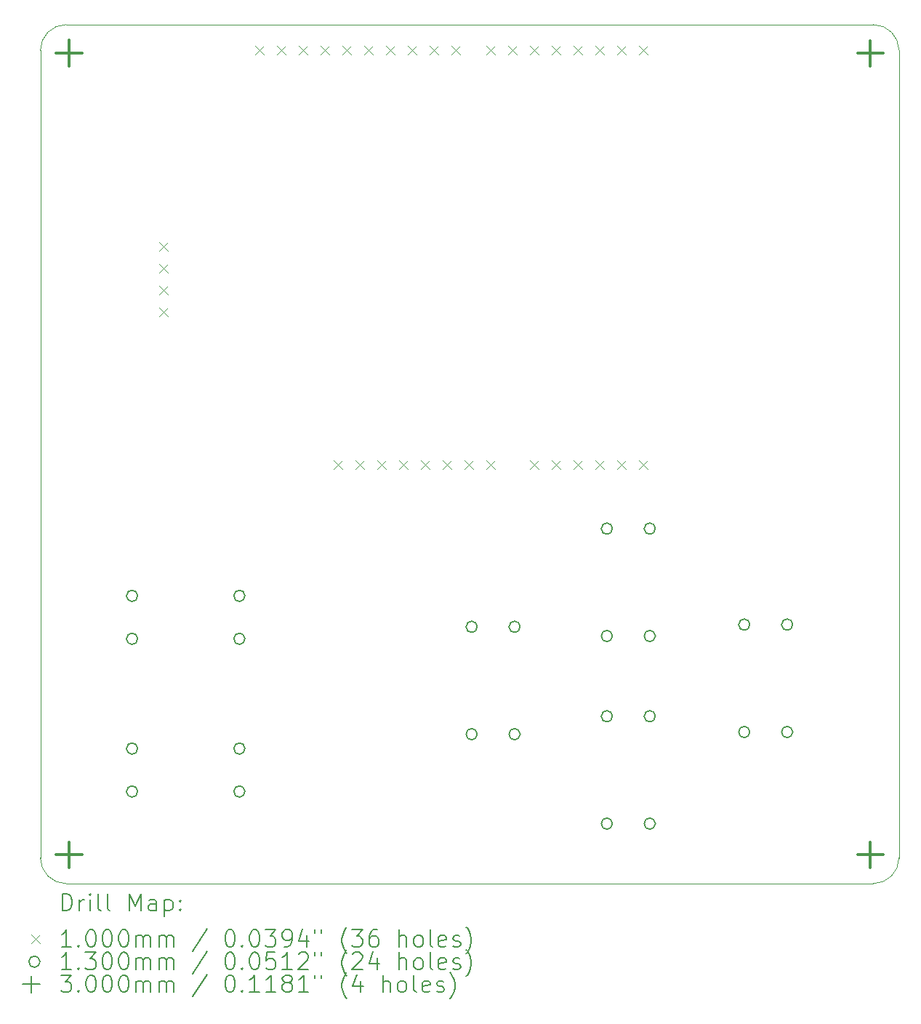
<source format=gbr>
%TF.GenerationSoftware,KiCad,Pcbnew,7.0.10*%
%TF.CreationDate,2024-02-16T21:01:25+01:00*%
%TF.ProjectId,minigame,6d696e69-6761-46d6-952e-6b696361645f,1.0*%
%TF.SameCoordinates,Original*%
%TF.FileFunction,Drillmap*%
%TF.FilePolarity,Positive*%
%FSLAX45Y45*%
G04 Gerber Fmt 4.5, Leading zero omitted, Abs format (unit mm)*
G04 Created by KiCad (PCBNEW 7.0.10) date 2024-02-16 21:01:25*
%MOMM*%
%LPD*%
G01*
G04 APERTURE LIST*
%ADD10C,0.100000*%
%ADD11C,0.200000*%
%ADD12C,0.130000*%
%ADD13C,0.300000*%
G04 APERTURE END LIST*
D10*
X18169338Y-15037998D02*
G75*
G03*
X18469338Y-14738000I2J299998D01*
G01*
X18469338Y-5337845D02*
X18469338Y-14738000D01*
X8468640Y-14738000D02*
G75*
G03*
X8768642Y-15038000I300000J0D01*
G01*
X8468642Y-14738000D02*
X8468642Y-5337845D01*
X18169338Y-15038000D02*
X8768642Y-15038000D01*
X8768642Y-5037845D02*
G75*
G03*
X8468642Y-5337845I0J-300000D01*
G01*
X18469335Y-5337845D02*
G75*
G03*
X18169338Y-5037845I-299995J5D01*
G01*
X8768642Y-5037845D02*
X18169338Y-5037845D01*
D11*
D10*
X9856000Y-7570000D02*
X9956000Y-7670000D01*
X9956000Y-7570000D02*
X9856000Y-7670000D01*
X9856000Y-7824000D02*
X9956000Y-7924000D01*
X9956000Y-7824000D02*
X9856000Y-7924000D01*
X9856000Y-8078000D02*
X9956000Y-8178000D01*
X9956000Y-8078000D02*
X9856000Y-8178000D01*
X9856000Y-8332000D02*
X9956000Y-8432000D01*
X9956000Y-8332000D02*
X9856000Y-8432000D01*
X10974000Y-5284000D02*
X11074000Y-5384000D01*
X11074000Y-5284000D02*
X10974000Y-5384000D01*
X11228000Y-5284000D02*
X11328000Y-5384000D01*
X11328000Y-5284000D02*
X11228000Y-5384000D01*
X11482000Y-5284000D02*
X11582000Y-5384000D01*
X11582000Y-5284000D02*
X11482000Y-5384000D01*
X11736000Y-5284000D02*
X11836000Y-5384000D01*
X11836000Y-5284000D02*
X11736000Y-5384000D01*
X11888000Y-10110000D02*
X11988000Y-10210000D01*
X11988000Y-10110000D02*
X11888000Y-10210000D01*
X11990000Y-5284000D02*
X12090000Y-5384000D01*
X12090000Y-5284000D02*
X11990000Y-5384000D01*
X12142000Y-10110000D02*
X12242000Y-10210000D01*
X12242000Y-10110000D02*
X12142000Y-10210000D01*
X12244000Y-5284000D02*
X12344000Y-5384000D01*
X12344000Y-5284000D02*
X12244000Y-5384000D01*
X12396000Y-10110000D02*
X12496000Y-10210000D01*
X12496000Y-10110000D02*
X12396000Y-10210000D01*
X12498000Y-5284000D02*
X12598000Y-5384000D01*
X12598000Y-5284000D02*
X12498000Y-5384000D01*
X12650000Y-10110000D02*
X12750000Y-10210000D01*
X12750000Y-10110000D02*
X12650000Y-10210000D01*
X12752000Y-5284000D02*
X12852000Y-5384000D01*
X12852000Y-5284000D02*
X12752000Y-5384000D01*
X12904000Y-10110000D02*
X13004000Y-10210000D01*
X13004000Y-10110000D02*
X12904000Y-10210000D01*
X13006000Y-5284000D02*
X13106000Y-5384000D01*
X13106000Y-5284000D02*
X13006000Y-5384000D01*
X13158000Y-10110000D02*
X13258000Y-10210000D01*
X13258000Y-10110000D02*
X13158000Y-10210000D01*
X13260000Y-5284000D02*
X13360000Y-5384000D01*
X13360000Y-5284000D02*
X13260000Y-5384000D01*
X13412000Y-10110000D02*
X13512000Y-10210000D01*
X13512000Y-10110000D02*
X13412000Y-10210000D01*
X13666000Y-5284000D02*
X13766000Y-5384000D01*
X13766000Y-5284000D02*
X13666000Y-5384000D01*
X13666000Y-10110000D02*
X13766000Y-10210000D01*
X13766000Y-10110000D02*
X13666000Y-10210000D01*
X13920000Y-5284000D02*
X14020000Y-5384000D01*
X14020000Y-5284000D02*
X13920000Y-5384000D01*
X14174000Y-5284000D02*
X14274000Y-5384000D01*
X14274000Y-5284000D02*
X14174000Y-5384000D01*
X14174000Y-10110000D02*
X14274000Y-10210000D01*
X14274000Y-10110000D02*
X14174000Y-10210000D01*
X14428000Y-5284000D02*
X14528000Y-5384000D01*
X14528000Y-5284000D02*
X14428000Y-5384000D01*
X14428000Y-10110000D02*
X14528000Y-10210000D01*
X14528000Y-10110000D02*
X14428000Y-10210000D01*
X14682000Y-5284000D02*
X14782000Y-5384000D01*
X14782000Y-5284000D02*
X14682000Y-5384000D01*
X14682000Y-10110000D02*
X14782000Y-10210000D01*
X14782000Y-10110000D02*
X14682000Y-10210000D01*
X14936000Y-5284000D02*
X15036000Y-5384000D01*
X15036000Y-5284000D02*
X14936000Y-5384000D01*
X14936000Y-10110000D02*
X15036000Y-10210000D01*
X15036000Y-10110000D02*
X14936000Y-10210000D01*
X15190000Y-5284000D02*
X15290000Y-5384000D01*
X15290000Y-5284000D02*
X15190000Y-5384000D01*
X15190000Y-10110000D02*
X15290000Y-10210000D01*
X15290000Y-10110000D02*
X15190000Y-10210000D01*
X15444000Y-5284000D02*
X15544000Y-5384000D01*
X15544000Y-5284000D02*
X15444000Y-5384000D01*
X15444000Y-10110000D02*
X15544000Y-10210000D01*
X15544000Y-10110000D02*
X15444000Y-10210000D01*
D12*
X9601000Y-11688000D02*
G75*
G03*
X9471000Y-11688000I-65000J0D01*
G01*
X9471000Y-11688000D02*
G75*
G03*
X9601000Y-11688000I65000J0D01*
G01*
X9601000Y-12188000D02*
G75*
G03*
X9471000Y-12188000I-65000J0D01*
G01*
X9471000Y-12188000D02*
G75*
G03*
X9601000Y-12188000I65000J0D01*
G01*
X9601000Y-13466000D02*
G75*
G03*
X9471000Y-13466000I-65000J0D01*
G01*
X9471000Y-13466000D02*
G75*
G03*
X9601000Y-13466000I65000J0D01*
G01*
X9601000Y-13966000D02*
G75*
G03*
X9471000Y-13966000I-65000J0D01*
G01*
X9471000Y-13966000D02*
G75*
G03*
X9601000Y-13966000I65000J0D01*
G01*
X10851000Y-11688000D02*
G75*
G03*
X10721000Y-11688000I-65000J0D01*
G01*
X10721000Y-11688000D02*
G75*
G03*
X10851000Y-11688000I65000J0D01*
G01*
X10851000Y-12188000D02*
G75*
G03*
X10721000Y-12188000I-65000J0D01*
G01*
X10721000Y-12188000D02*
G75*
G03*
X10851000Y-12188000I65000J0D01*
G01*
X10851000Y-13466000D02*
G75*
G03*
X10721000Y-13466000I-65000J0D01*
G01*
X10721000Y-13466000D02*
G75*
G03*
X10851000Y-13466000I65000J0D01*
G01*
X10851000Y-13966000D02*
G75*
G03*
X10721000Y-13966000I-65000J0D01*
G01*
X10721000Y-13966000D02*
G75*
G03*
X10851000Y-13966000I65000J0D01*
G01*
X13556400Y-12048600D02*
G75*
G03*
X13426400Y-12048600I-65000J0D01*
G01*
X13426400Y-12048600D02*
G75*
G03*
X13556400Y-12048600I65000J0D01*
G01*
X13556400Y-13298600D02*
G75*
G03*
X13426400Y-13298600I-65000J0D01*
G01*
X13426400Y-13298600D02*
G75*
G03*
X13556400Y-13298600I65000J0D01*
G01*
X14056400Y-12048600D02*
G75*
G03*
X13926400Y-12048600I-65000J0D01*
G01*
X13926400Y-12048600D02*
G75*
G03*
X14056400Y-12048600I65000J0D01*
G01*
X14056400Y-13298600D02*
G75*
G03*
X13926400Y-13298600I-65000J0D01*
G01*
X13926400Y-13298600D02*
G75*
G03*
X14056400Y-13298600I65000J0D01*
G01*
X15131200Y-10905600D02*
G75*
G03*
X15001200Y-10905600I-65000J0D01*
G01*
X15001200Y-10905600D02*
G75*
G03*
X15131200Y-10905600I65000J0D01*
G01*
X15131200Y-12155600D02*
G75*
G03*
X15001200Y-12155600I-65000J0D01*
G01*
X15001200Y-12155600D02*
G75*
G03*
X15131200Y-12155600I65000J0D01*
G01*
X15131200Y-13090000D02*
G75*
G03*
X15001200Y-13090000I-65000J0D01*
G01*
X15001200Y-13090000D02*
G75*
G03*
X15131200Y-13090000I65000J0D01*
G01*
X15131200Y-14340000D02*
G75*
G03*
X15001200Y-14340000I-65000J0D01*
G01*
X15001200Y-14340000D02*
G75*
G03*
X15131200Y-14340000I65000J0D01*
G01*
X15631200Y-10905600D02*
G75*
G03*
X15501200Y-10905600I-65000J0D01*
G01*
X15501200Y-10905600D02*
G75*
G03*
X15631200Y-10905600I65000J0D01*
G01*
X15631200Y-12155600D02*
G75*
G03*
X15501200Y-12155600I-65000J0D01*
G01*
X15501200Y-12155600D02*
G75*
G03*
X15631200Y-12155600I65000J0D01*
G01*
X15631200Y-13090000D02*
G75*
G03*
X15501200Y-13090000I-65000J0D01*
G01*
X15501200Y-13090000D02*
G75*
G03*
X15631200Y-13090000I65000J0D01*
G01*
X15631200Y-14340000D02*
G75*
G03*
X15501200Y-14340000I-65000J0D01*
G01*
X15501200Y-14340000D02*
G75*
G03*
X15631200Y-14340000I65000J0D01*
G01*
X16731400Y-12023200D02*
G75*
G03*
X16601400Y-12023200I-65000J0D01*
G01*
X16601400Y-12023200D02*
G75*
G03*
X16731400Y-12023200I65000J0D01*
G01*
X16731400Y-13273200D02*
G75*
G03*
X16601400Y-13273200I-65000J0D01*
G01*
X16601400Y-13273200D02*
G75*
G03*
X16731400Y-13273200I65000J0D01*
G01*
X17231400Y-12023200D02*
G75*
G03*
X17101400Y-12023200I-65000J0D01*
G01*
X17101400Y-12023200D02*
G75*
G03*
X17231400Y-12023200I65000J0D01*
G01*
X17231400Y-13273200D02*
G75*
G03*
X17101400Y-13273200I-65000J0D01*
G01*
X17101400Y-13273200D02*
G75*
G03*
X17231400Y-13273200I65000J0D01*
G01*
D13*
X8801476Y-5219109D02*
X8801476Y-5519109D01*
X8651476Y-5369109D02*
X8951476Y-5369109D01*
X8802600Y-14553040D02*
X8802600Y-14853040D01*
X8652600Y-14703040D02*
X8952600Y-14703040D01*
X18134723Y-14553097D02*
X18134723Y-14853097D01*
X17984723Y-14703097D02*
X18284723Y-14703097D01*
X18136771Y-5221820D02*
X18136771Y-5521820D01*
X17986771Y-5371820D02*
X18286771Y-5371820D01*
D11*
X8724419Y-15354484D02*
X8724419Y-15154484D01*
X8724419Y-15154484D02*
X8772038Y-15154484D01*
X8772038Y-15154484D02*
X8800609Y-15164008D01*
X8800609Y-15164008D02*
X8819657Y-15183055D01*
X8819657Y-15183055D02*
X8829181Y-15202103D01*
X8829181Y-15202103D02*
X8838704Y-15240198D01*
X8838704Y-15240198D02*
X8838704Y-15268770D01*
X8838704Y-15268770D02*
X8829181Y-15306865D01*
X8829181Y-15306865D02*
X8819657Y-15325913D01*
X8819657Y-15325913D02*
X8800609Y-15344960D01*
X8800609Y-15344960D02*
X8772038Y-15354484D01*
X8772038Y-15354484D02*
X8724419Y-15354484D01*
X8924419Y-15354484D02*
X8924419Y-15221151D01*
X8924419Y-15259246D02*
X8933942Y-15240198D01*
X8933942Y-15240198D02*
X8943466Y-15230674D01*
X8943466Y-15230674D02*
X8962514Y-15221151D01*
X8962514Y-15221151D02*
X8981562Y-15221151D01*
X9048228Y-15354484D02*
X9048228Y-15221151D01*
X9048228Y-15154484D02*
X9038704Y-15164008D01*
X9038704Y-15164008D02*
X9048228Y-15173532D01*
X9048228Y-15173532D02*
X9057752Y-15164008D01*
X9057752Y-15164008D02*
X9048228Y-15154484D01*
X9048228Y-15154484D02*
X9048228Y-15173532D01*
X9172038Y-15354484D02*
X9152990Y-15344960D01*
X9152990Y-15344960D02*
X9143466Y-15325913D01*
X9143466Y-15325913D02*
X9143466Y-15154484D01*
X9276800Y-15354484D02*
X9257752Y-15344960D01*
X9257752Y-15344960D02*
X9248228Y-15325913D01*
X9248228Y-15325913D02*
X9248228Y-15154484D01*
X9505371Y-15354484D02*
X9505371Y-15154484D01*
X9505371Y-15154484D02*
X9572038Y-15297341D01*
X9572038Y-15297341D02*
X9638704Y-15154484D01*
X9638704Y-15154484D02*
X9638704Y-15354484D01*
X9819657Y-15354484D02*
X9819657Y-15249722D01*
X9819657Y-15249722D02*
X9810133Y-15230674D01*
X9810133Y-15230674D02*
X9791085Y-15221151D01*
X9791085Y-15221151D02*
X9752990Y-15221151D01*
X9752990Y-15221151D02*
X9733942Y-15230674D01*
X9819657Y-15344960D02*
X9800609Y-15354484D01*
X9800609Y-15354484D02*
X9752990Y-15354484D01*
X9752990Y-15354484D02*
X9733942Y-15344960D01*
X9733942Y-15344960D02*
X9724419Y-15325913D01*
X9724419Y-15325913D02*
X9724419Y-15306865D01*
X9724419Y-15306865D02*
X9733942Y-15287817D01*
X9733942Y-15287817D02*
X9752990Y-15278294D01*
X9752990Y-15278294D02*
X9800609Y-15278294D01*
X9800609Y-15278294D02*
X9819657Y-15268770D01*
X9914895Y-15221151D02*
X9914895Y-15421151D01*
X9914895Y-15230674D02*
X9933942Y-15221151D01*
X9933942Y-15221151D02*
X9972038Y-15221151D01*
X9972038Y-15221151D02*
X9991085Y-15230674D01*
X9991085Y-15230674D02*
X10000609Y-15240198D01*
X10000609Y-15240198D02*
X10010133Y-15259246D01*
X10010133Y-15259246D02*
X10010133Y-15316389D01*
X10010133Y-15316389D02*
X10000609Y-15335436D01*
X10000609Y-15335436D02*
X9991085Y-15344960D01*
X9991085Y-15344960D02*
X9972038Y-15354484D01*
X9972038Y-15354484D02*
X9933942Y-15354484D01*
X9933942Y-15354484D02*
X9914895Y-15344960D01*
X10095847Y-15335436D02*
X10105371Y-15344960D01*
X10105371Y-15344960D02*
X10095847Y-15354484D01*
X10095847Y-15354484D02*
X10086323Y-15344960D01*
X10086323Y-15344960D02*
X10095847Y-15335436D01*
X10095847Y-15335436D02*
X10095847Y-15354484D01*
X10095847Y-15230674D02*
X10105371Y-15240198D01*
X10105371Y-15240198D02*
X10095847Y-15249722D01*
X10095847Y-15249722D02*
X10086323Y-15240198D01*
X10086323Y-15240198D02*
X10095847Y-15230674D01*
X10095847Y-15230674D02*
X10095847Y-15249722D01*
D10*
X8363642Y-15633000D02*
X8463642Y-15733000D01*
X8463642Y-15633000D02*
X8363642Y-15733000D01*
D11*
X8829181Y-15774484D02*
X8714895Y-15774484D01*
X8772038Y-15774484D02*
X8772038Y-15574484D01*
X8772038Y-15574484D02*
X8752990Y-15603055D01*
X8752990Y-15603055D02*
X8733942Y-15622103D01*
X8733942Y-15622103D02*
X8714895Y-15631627D01*
X8914895Y-15755436D02*
X8924419Y-15764960D01*
X8924419Y-15764960D02*
X8914895Y-15774484D01*
X8914895Y-15774484D02*
X8905371Y-15764960D01*
X8905371Y-15764960D02*
X8914895Y-15755436D01*
X8914895Y-15755436D02*
X8914895Y-15774484D01*
X9048228Y-15574484D02*
X9067276Y-15574484D01*
X9067276Y-15574484D02*
X9086323Y-15584008D01*
X9086323Y-15584008D02*
X9095847Y-15593532D01*
X9095847Y-15593532D02*
X9105371Y-15612579D01*
X9105371Y-15612579D02*
X9114895Y-15650674D01*
X9114895Y-15650674D02*
X9114895Y-15698294D01*
X9114895Y-15698294D02*
X9105371Y-15736389D01*
X9105371Y-15736389D02*
X9095847Y-15755436D01*
X9095847Y-15755436D02*
X9086323Y-15764960D01*
X9086323Y-15764960D02*
X9067276Y-15774484D01*
X9067276Y-15774484D02*
X9048228Y-15774484D01*
X9048228Y-15774484D02*
X9029181Y-15764960D01*
X9029181Y-15764960D02*
X9019657Y-15755436D01*
X9019657Y-15755436D02*
X9010133Y-15736389D01*
X9010133Y-15736389D02*
X9000609Y-15698294D01*
X9000609Y-15698294D02*
X9000609Y-15650674D01*
X9000609Y-15650674D02*
X9010133Y-15612579D01*
X9010133Y-15612579D02*
X9019657Y-15593532D01*
X9019657Y-15593532D02*
X9029181Y-15584008D01*
X9029181Y-15584008D02*
X9048228Y-15574484D01*
X9238704Y-15574484D02*
X9257752Y-15574484D01*
X9257752Y-15574484D02*
X9276800Y-15584008D01*
X9276800Y-15584008D02*
X9286323Y-15593532D01*
X9286323Y-15593532D02*
X9295847Y-15612579D01*
X9295847Y-15612579D02*
X9305371Y-15650674D01*
X9305371Y-15650674D02*
X9305371Y-15698294D01*
X9305371Y-15698294D02*
X9295847Y-15736389D01*
X9295847Y-15736389D02*
X9286323Y-15755436D01*
X9286323Y-15755436D02*
X9276800Y-15764960D01*
X9276800Y-15764960D02*
X9257752Y-15774484D01*
X9257752Y-15774484D02*
X9238704Y-15774484D01*
X9238704Y-15774484D02*
X9219657Y-15764960D01*
X9219657Y-15764960D02*
X9210133Y-15755436D01*
X9210133Y-15755436D02*
X9200609Y-15736389D01*
X9200609Y-15736389D02*
X9191085Y-15698294D01*
X9191085Y-15698294D02*
X9191085Y-15650674D01*
X9191085Y-15650674D02*
X9200609Y-15612579D01*
X9200609Y-15612579D02*
X9210133Y-15593532D01*
X9210133Y-15593532D02*
X9219657Y-15584008D01*
X9219657Y-15584008D02*
X9238704Y-15574484D01*
X9429181Y-15574484D02*
X9448228Y-15574484D01*
X9448228Y-15574484D02*
X9467276Y-15584008D01*
X9467276Y-15584008D02*
X9476800Y-15593532D01*
X9476800Y-15593532D02*
X9486323Y-15612579D01*
X9486323Y-15612579D02*
X9495847Y-15650674D01*
X9495847Y-15650674D02*
X9495847Y-15698294D01*
X9495847Y-15698294D02*
X9486323Y-15736389D01*
X9486323Y-15736389D02*
X9476800Y-15755436D01*
X9476800Y-15755436D02*
X9467276Y-15764960D01*
X9467276Y-15764960D02*
X9448228Y-15774484D01*
X9448228Y-15774484D02*
X9429181Y-15774484D01*
X9429181Y-15774484D02*
X9410133Y-15764960D01*
X9410133Y-15764960D02*
X9400609Y-15755436D01*
X9400609Y-15755436D02*
X9391085Y-15736389D01*
X9391085Y-15736389D02*
X9381562Y-15698294D01*
X9381562Y-15698294D02*
X9381562Y-15650674D01*
X9381562Y-15650674D02*
X9391085Y-15612579D01*
X9391085Y-15612579D02*
X9400609Y-15593532D01*
X9400609Y-15593532D02*
X9410133Y-15584008D01*
X9410133Y-15584008D02*
X9429181Y-15574484D01*
X9581562Y-15774484D02*
X9581562Y-15641151D01*
X9581562Y-15660198D02*
X9591085Y-15650674D01*
X9591085Y-15650674D02*
X9610133Y-15641151D01*
X9610133Y-15641151D02*
X9638704Y-15641151D01*
X9638704Y-15641151D02*
X9657752Y-15650674D01*
X9657752Y-15650674D02*
X9667276Y-15669722D01*
X9667276Y-15669722D02*
X9667276Y-15774484D01*
X9667276Y-15669722D02*
X9676800Y-15650674D01*
X9676800Y-15650674D02*
X9695847Y-15641151D01*
X9695847Y-15641151D02*
X9724419Y-15641151D01*
X9724419Y-15641151D02*
X9743466Y-15650674D01*
X9743466Y-15650674D02*
X9752990Y-15669722D01*
X9752990Y-15669722D02*
X9752990Y-15774484D01*
X9848228Y-15774484D02*
X9848228Y-15641151D01*
X9848228Y-15660198D02*
X9857752Y-15650674D01*
X9857752Y-15650674D02*
X9876800Y-15641151D01*
X9876800Y-15641151D02*
X9905371Y-15641151D01*
X9905371Y-15641151D02*
X9924419Y-15650674D01*
X9924419Y-15650674D02*
X9933943Y-15669722D01*
X9933943Y-15669722D02*
X9933943Y-15774484D01*
X9933943Y-15669722D02*
X9943466Y-15650674D01*
X9943466Y-15650674D02*
X9962514Y-15641151D01*
X9962514Y-15641151D02*
X9991085Y-15641151D01*
X9991085Y-15641151D02*
X10010133Y-15650674D01*
X10010133Y-15650674D02*
X10019657Y-15669722D01*
X10019657Y-15669722D02*
X10019657Y-15774484D01*
X10410133Y-15564960D02*
X10238705Y-15822103D01*
X10667276Y-15574484D02*
X10686324Y-15574484D01*
X10686324Y-15574484D02*
X10705371Y-15584008D01*
X10705371Y-15584008D02*
X10714895Y-15593532D01*
X10714895Y-15593532D02*
X10724419Y-15612579D01*
X10724419Y-15612579D02*
X10733943Y-15650674D01*
X10733943Y-15650674D02*
X10733943Y-15698294D01*
X10733943Y-15698294D02*
X10724419Y-15736389D01*
X10724419Y-15736389D02*
X10714895Y-15755436D01*
X10714895Y-15755436D02*
X10705371Y-15764960D01*
X10705371Y-15764960D02*
X10686324Y-15774484D01*
X10686324Y-15774484D02*
X10667276Y-15774484D01*
X10667276Y-15774484D02*
X10648228Y-15764960D01*
X10648228Y-15764960D02*
X10638705Y-15755436D01*
X10638705Y-15755436D02*
X10629181Y-15736389D01*
X10629181Y-15736389D02*
X10619657Y-15698294D01*
X10619657Y-15698294D02*
X10619657Y-15650674D01*
X10619657Y-15650674D02*
X10629181Y-15612579D01*
X10629181Y-15612579D02*
X10638705Y-15593532D01*
X10638705Y-15593532D02*
X10648228Y-15584008D01*
X10648228Y-15584008D02*
X10667276Y-15574484D01*
X10819657Y-15755436D02*
X10829181Y-15764960D01*
X10829181Y-15764960D02*
X10819657Y-15774484D01*
X10819657Y-15774484D02*
X10810133Y-15764960D01*
X10810133Y-15764960D02*
X10819657Y-15755436D01*
X10819657Y-15755436D02*
X10819657Y-15774484D01*
X10952990Y-15574484D02*
X10972038Y-15574484D01*
X10972038Y-15574484D02*
X10991086Y-15584008D01*
X10991086Y-15584008D02*
X11000609Y-15593532D01*
X11000609Y-15593532D02*
X11010133Y-15612579D01*
X11010133Y-15612579D02*
X11019657Y-15650674D01*
X11019657Y-15650674D02*
X11019657Y-15698294D01*
X11019657Y-15698294D02*
X11010133Y-15736389D01*
X11010133Y-15736389D02*
X11000609Y-15755436D01*
X11000609Y-15755436D02*
X10991086Y-15764960D01*
X10991086Y-15764960D02*
X10972038Y-15774484D01*
X10972038Y-15774484D02*
X10952990Y-15774484D01*
X10952990Y-15774484D02*
X10933943Y-15764960D01*
X10933943Y-15764960D02*
X10924419Y-15755436D01*
X10924419Y-15755436D02*
X10914895Y-15736389D01*
X10914895Y-15736389D02*
X10905371Y-15698294D01*
X10905371Y-15698294D02*
X10905371Y-15650674D01*
X10905371Y-15650674D02*
X10914895Y-15612579D01*
X10914895Y-15612579D02*
X10924419Y-15593532D01*
X10924419Y-15593532D02*
X10933943Y-15584008D01*
X10933943Y-15584008D02*
X10952990Y-15574484D01*
X11086324Y-15574484D02*
X11210133Y-15574484D01*
X11210133Y-15574484D02*
X11143466Y-15650674D01*
X11143466Y-15650674D02*
X11172038Y-15650674D01*
X11172038Y-15650674D02*
X11191085Y-15660198D01*
X11191085Y-15660198D02*
X11200609Y-15669722D01*
X11200609Y-15669722D02*
X11210133Y-15688770D01*
X11210133Y-15688770D02*
X11210133Y-15736389D01*
X11210133Y-15736389D02*
X11200609Y-15755436D01*
X11200609Y-15755436D02*
X11191085Y-15764960D01*
X11191085Y-15764960D02*
X11172038Y-15774484D01*
X11172038Y-15774484D02*
X11114895Y-15774484D01*
X11114895Y-15774484D02*
X11095847Y-15764960D01*
X11095847Y-15764960D02*
X11086324Y-15755436D01*
X11305371Y-15774484D02*
X11343466Y-15774484D01*
X11343466Y-15774484D02*
X11362514Y-15764960D01*
X11362514Y-15764960D02*
X11372038Y-15755436D01*
X11372038Y-15755436D02*
X11391085Y-15726865D01*
X11391085Y-15726865D02*
X11400609Y-15688770D01*
X11400609Y-15688770D02*
X11400609Y-15612579D01*
X11400609Y-15612579D02*
X11391085Y-15593532D01*
X11391085Y-15593532D02*
X11381562Y-15584008D01*
X11381562Y-15584008D02*
X11362514Y-15574484D01*
X11362514Y-15574484D02*
X11324419Y-15574484D01*
X11324419Y-15574484D02*
X11305371Y-15584008D01*
X11305371Y-15584008D02*
X11295847Y-15593532D01*
X11295847Y-15593532D02*
X11286324Y-15612579D01*
X11286324Y-15612579D02*
X11286324Y-15660198D01*
X11286324Y-15660198D02*
X11295847Y-15679246D01*
X11295847Y-15679246D02*
X11305371Y-15688770D01*
X11305371Y-15688770D02*
X11324419Y-15698294D01*
X11324419Y-15698294D02*
X11362514Y-15698294D01*
X11362514Y-15698294D02*
X11381562Y-15688770D01*
X11381562Y-15688770D02*
X11391085Y-15679246D01*
X11391085Y-15679246D02*
X11400609Y-15660198D01*
X11572038Y-15641151D02*
X11572038Y-15774484D01*
X11524419Y-15564960D02*
X11476800Y-15707817D01*
X11476800Y-15707817D02*
X11600609Y-15707817D01*
X11667276Y-15574484D02*
X11667276Y-15612579D01*
X11743466Y-15574484D02*
X11743466Y-15612579D01*
X12038705Y-15850674D02*
X12029181Y-15841151D01*
X12029181Y-15841151D02*
X12010133Y-15812579D01*
X12010133Y-15812579D02*
X12000609Y-15793532D01*
X12000609Y-15793532D02*
X11991086Y-15764960D01*
X11991086Y-15764960D02*
X11981562Y-15717341D01*
X11981562Y-15717341D02*
X11981562Y-15679246D01*
X11981562Y-15679246D02*
X11991086Y-15631627D01*
X11991086Y-15631627D02*
X12000609Y-15603055D01*
X12000609Y-15603055D02*
X12010133Y-15584008D01*
X12010133Y-15584008D02*
X12029181Y-15555436D01*
X12029181Y-15555436D02*
X12038705Y-15545913D01*
X12095847Y-15574484D02*
X12219657Y-15574484D01*
X12219657Y-15574484D02*
X12152990Y-15650674D01*
X12152990Y-15650674D02*
X12181562Y-15650674D01*
X12181562Y-15650674D02*
X12200609Y-15660198D01*
X12200609Y-15660198D02*
X12210133Y-15669722D01*
X12210133Y-15669722D02*
X12219657Y-15688770D01*
X12219657Y-15688770D02*
X12219657Y-15736389D01*
X12219657Y-15736389D02*
X12210133Y-15755436D01*
X12210133Y-15755436D02*
X12200609Y-15764960D01*
X12200609Y-15764960D02*
X12181562Y-15774484D01*
X12181562Y-15774484D02*
X12124419Y-15774484D01*
X12124419Y-15774484D02*
X12105371Y-15764960D01*
X12105371Y-15764960D02*
X12095847Y-15755436D01*
X12391086Y-15574484D02*
X12352990Y-15574484D01*
X12352990Y-15574484D02*
X12333943Y-15584008D01*
X12333943Y-15584008D02*
X12324419Y-15593532D01*
X12324419Y-15593532D02*
X12305371Y-15622103D01*
X12305371Y-15622103D02*
X12295847Y-15660198D01*
X12295847Y-15660198D02*
X12295847Y-15736389D01*
X12295847Y-15736389D02*
X12305371Y-15755436D01*
X12305371Y-15755436D02*
X12314895Y-15764960D01*
X12314895Y-15764960D02*
X12333943Y-15774484D01*
X12333943Y-15774484D02*
X12372038Y-15774484D01*
X12372038Y-15774484D02*
X12391086Y-15764960D01*
X12391086Y-15764960D02*
X12400609Y-15755436D01*
X12400609Y-15755436D02*
X12410133Y-15736389D01*
X12410133Y-15736389D02*
X12410133Y-15688770D01*
X12410133Y-15688770D02*
X12400609Y-15669722D01*
X12400609Y-15669722D02*
X12391086Y-15660198D01*
X12391086Y-15660198D02*
X12372038Y-15650674D01*
X12372038Y-15650674D02*
X12333943Y-15650674D01*
X12333943Y-15650674D02*
X12314895Y-15660198D01*
X12314895Y-15660198D02*
X12305371Y-15669722D01*
X12305371Y-15669722D02*
X12295847Y-15688770D01*
X12648228Y-15774484D02*
X12648228Y-15574484D01*
X12733943Y-15774484D02*
X12733943Y-15669722D01*
X12733943Y-15669722D02*
X12724419Y-15650674D01*
X12724419Y-15650674D02*
X12705371Y-15641151D01*
X12705371Y-15641151D02*
X12676800Y-15641151D01*
X12676800Y-15641151D02*
X12657752Y-15650674D01*
X12657752Y-15650674D02*
X12648228Y-15660198D01*
X12857752Y-15774484D02*
X12838705Y-15764960D01*
X12838705Y-15764960D02*
X12829181Y-15755436D01*
X12829181Y-15755436D02*
X12819657Y-15736389D01*
X12819657Y-15736389D02*
X12819657Y-15679246D01*
X12819657Y-15679246D02*
X12829181Y-15660198D01*
X12829181Y-15660198D02*
X12838705Y-15650674D01*
X12838705Y-15650674D02*
X12857752Y-15641151D01*
X12857752Y-15641151D02*
X12886324Y-15641151D01*
X12886324Y-15641151D02*
X12905371Y-15650674D01*
X12905371Y-15650674D02*
X12914895Y-15660198D01*
X12914895Y-15660198D02*
X12924419Y-15679246D01*
X12924419Y-15679246D02*
X12924419Y-15736389D01*
X12924419Y-15736389D02*
X12914895Y-15755436D01*
X12914895Y-15755436D02*
X12905371Y-15764960D01*
X12905371Y-15764960D02*
X12886324Y-15774484D01*
X12886324Y-15774484D02*
X12857752Y-15774484D01*
X13038705Y-15774484D02*
X13019657Y-15764960D01*
X13019657Y-15764960D02*
X13010133Y-15745913D01*
X13010133Y-15745913D02*
X13010133Y-15574484D01*
X13191086Y-15764960D02*
X13172038Y-15774484D01*
X13172038Y-15774484D02*
X13133943Y-15774484D01*
X13133943Y-15774484D02*
X13114895Y-15764960D01*
X13114895Y-15764960D02*
X13105371Y-15745913D01*
X13105371Y-15745913D02*
X13105371Y-15669722D01*
X13105371Y-15669722D02*
X13114895Y-15650674D01*
X13114895Y-15650674D02*
X13133943Y-15641151D01*
X13133943Y-15641151D02*
X13172038Y-15641151D01*
X13172038Y-15641151D02*
X13191086Y-15650674D01*
X13191086Y-15650674D02*
X13200609Y-15669722D01*
X13200609Y-15669722D02*
X13200609Y-15688770D01*
X13200609Y-15688770D02*
X13105371Y-15707817D01*
X13276800Y-15764960D02*
X13295848Y-15774484D01*
X13295848Y-15774484D02*
X13333943Y-15774484D01*
X13333943Y-15774484D02*
X13352990Y-15764960D01*
X13352990Y-15764960D02*
X13362514Y-15745913D01*
X13362514Y-15745913D02*
X13362514Y-15736389D01*
X13362514Y-15736389D02*
X13352990Y-15717341D01*
X13352990Y-15717341D02*
X13333943Y-15707817D01*
X13333943Y-15707817D02*
X13305371Y-15707817D01*
X13305371Y-15707817D02*
X13286324Y-15698294D01*
X13286324Y-15698294D02*
X13276800Y-15679246D01*
X13276800Y-15679246D02*
X13276800Y-15669722D01*
X13276800Y-15669722D02*
X13286324Y-15650674D01*
X13286324Y-15650674D02*
X13305371Y-15641151D01*
X13305371Y-15641151D02*
X13333943Y-15641151D01*
X13333943Y-15641151D02*
X13352990Y-15650674D01*
X13429181Y-15850674D02*
X13438705Y-15841151D01*
X13438705Y-15841151D02*
X13457752Y-15812579D01*
X13457752Y-15812579D02*
X13467276Y-15793532D01*
X13467276Y-15793532D02*
X13476800Y-15764960D01*
X13476800Y-15764960D02*
X13486324Y-15717341D01*
X13486324Y-15717341D02*
X13486324Y-15679246D01*
X13486324Y-15679246D02*
X13476800Y-15631627D01*
X13476800Y-15631627D02*
X13467276Y-15603055D01*
X13467276Y-15603055D02*
X13457752Y-15584008D01*
X13457752Y-15584008D02*
X13438705Y-15555436D01*
X13438705Y-15555436D02*
X13429181Y-15545913D01*
D12*
X8463642Y-15947000D02*
G75*
G03*
X8333642Y-15947000I-65000J0D01*
G01*
X8333642Y-15947000D02*
G75*
G03*
X8463642Y-15947000I65000J0D01*
G01*
D11*
X8829181Y-16038484D02*
X8714895Y-16038484D01*
X8772038Y-16038484D02*
X8772038Y-15838484D01*
X8772038Y-15838484D02*
X8752990Y-15867055D01*
X8752990Y-15867055D02*
X8733942Y-15886103D01*
X8733942Y-15886103D02*
X8714895Y-15895627D01*
X8914895Y-16019436D02*
X8924419Y-16028960D01*
X8924419Y-16028960D02*
X8914895Y-16038484D01*
X8914895Y-16038484D02*
X8905371Y-16028960D01*
X8905371Y-16028960D02*
X8914895Y-16019436D01*
X8914895Y-16019436D02*
X8914895Y-16038484D01*
X8991085Y-15838484D02*
X9114895Y-15838484D01*
X9114895Y-15838484D02*
X9048228Y-15914674D01*
X9048228Y-15914674D02*
X9076800Y-15914674D01*
X9076800Y-15914674D02*
X9095847Y-15924198D01*
X9095847Y-15924198D02*
X9105371Y-15933722D01*
X9105371Y-15933722D02*
X9114895Y-15952770D01*
X9114895Y-15952770D02*
X9114895Y-16000389D01*
X9114895Y-16000389D02*
X9105371Y-16019436D01*
X9105371Y-16019436D02*
X9095847Y-16028960D01*
X9095847Y-16028960D02*
X9076800Y-16038484D01*
X9076800Y-16038484D02*
X9019657Y-16038484D01*
X9019657Y-16038484D02*
X9000609Y-16028960D01*
X9000609Y-16028960D02*
X8991085Y-16019436D01*
X9238704Y-15838484D02*
X9257752Y-15838484D01*
X9257752Y-15838484D02*
X9276800Y-15848008D01*
X9276800Y-15848008D02*
X9286323Y-15857532D01*
X9286323Y-15857532D02*
X9295847Y-15876579D01*
X9295847Y-15876579D02*
X9305371Y-15914674D01*
X9305371Y-15914674D02*
X9305371Y-15962294D01*
X9305371Y-15962294D02*
X9295847Y-16000389D01*
X9295847Y-16000389D02*
X9286323Y-16019436D01*
X9286323Y-16019436D02*
X9276800Y-16028960D01*
X9276800Y-16028960D02*
X9257752Y-16038484D01*
X9257752Y-16038484D02*
X9238704Y-16038484D01*
X9238704Y-16038484D02*
X9219657Y-16028960D01*
X9219657Y-16028960D02*
X9210133Y-16019436D01*
X9210133Y-16019436D02*
X9200609Y-16000389D01*
X9200609Y-16000389D02*
X9191085Y-15962294D01*
X9191085Y-15962294D02*
X9191085Y-15914674D01*
X9191085Y-15914674D02*
X9200609Y-15876579D01*
X9200609Y-15876579D02*
X9210133Y-15857532D01*
X9210133Y-15857532D02*
X9219657Y-15848008D01*
X9219657Y-15848008D02*
X9238704Y-15838484D01*
X9429181Y-15838484D02*
X9448228Y-15838484D01*
X9448228Y-15838484D02*
X9467276Y-15848008D01*
X9467276Y-15848008D02*
X9476800Y-15857532D01*
X9476800Y-15857532D02*
X9486323Y-15876579D01*
X9486323Y-15876579D02*
X9495847Y-15914674D01*
X9495847Y-15914674D02*
X9495847Y-15962294D01*
X9495847Y-15962294D02*
X9486323Y-16000389D01*
X9486323Y-16000389D02*
X9476800Y-16019436D01*
X9476800Y-16019436D02*
X9467276Y-16028960D01*
X9467276Y-16028960D02*
X9448228Y-16038484D01*
X9448228Y-16038484D02*
X9429181Y-16038484D01*
X9429181Y-16038484D02*
X9410133Y-16028960D01*
X9410133Y-16028960D02*
X9400609Y-16019436D01*
X9400609Y-16019436D02*
X9391085Y-16000389D01*
X9391085Y-16000389D02*
X9381562Y-15962294D01*
X9381562Y-15962294D02*
X9381562Y-15914674D01*
X9381562Y-15914674D02*
X9391085Y-15876579D01*
X9391085Y-15876579D02*
X9400609Y-15857532D01*
X9400609Y-15857532D02*
X9410133Y-15848008D01*
X9410133Y-15848008D02*
X9429181Y-15838484D01*
X9581562Y-16038484D02*
X9581562Y-15905151D01*
X9581562Y-15924198D02*
X9591085Y-15914674D01*
X9591085Y-15914674D02*
X9610133Y-15905151D01*
X9610133Y-15905151D02*
X9638704Y-15905151D01*
X9638704Y-15905151D02*
X9657752Y-15914674D01*
X9657752Y-15914674D02*
X9667276Y-15933722D01*
X9667276Y-15933722D02*
X9667276Y-16038484D01*
X9667276Y-15933722D02*
X9676800Y-15914674D01*
X9676800Y-15914674D02*
X9695847Y-15905151D01*
X9695847Y-15905151D02*
X9724419Y-15905151D01*
X9724419Y-15905151D02*
X9743466Y-15914674D01*
X9743466Y-15914674D02*
X9752990Y-15933722D01*
X9752990Y-15933722D02*
X9752990Y-16038484D01*
X9848228Y-16038484D02*
X9848228Y-15905151D01*
X9848228Y-15924198D02*
X9857752Y-15914674D01*
X9857752Y-15914674D02*
X9876800Y-15905151D01*
X9876800Y-15905151D02*
X9905371Y-15905151D01*
X9905371Y-15905151D02*
X9924419Y-15914674D01*
X9924419Y-15914674D02*
X9933943Y-15933722D01*
X9933943Y-15933722D02*
X9933943Y-16038484D01*
X9933943Y-15933722D02*
X9943466Y-15914674D01*
X9943466Y-15914674D02*
X9962514Y-15905151D01*
X9962514Y-15905151D02*
X9991085Y-15905151D01*
X9991085Y-15905151D02*
X10010133Y-15914674D01*
X10010133Y-15914674D02*
X10019657Y-15933722D01*
X10019657Y-15933722D02*
X10019657Y-16038484D01*
X10410133Y-15828960D02*
X10238705Y-16086103D01*
X10667276Y-15838484D02*
X10686324Y-15838484D01*
X10686324Y-15838484D02*
X10705371Y-15848008D01*
X10705371Y-15848008D02*
X10714895Y-15857532D01*
X10714895Y-15857532D02*
X10724419Y-15876579D01*
X10724419Y-15876579D02*
X10733943Y-15914674D01*
X10733943Y-15914674D02*
X10733943Y-15962294D01*
X10733943Y-15962294D02*
X10724419Y-16000389D01*
X10724419Y-16000389D02*
X10714895Y-16019436D01*
X10714895Y-16019436D02*
X10705371Y-16028960D01*
X10705371Y-16028960D02*
X10686324Y-16038484D01*
X10686324Y-16038484D02*
X10667276Y-16038484D01*
X10667276Y-16038484D02*
X10648228Y-16028960D01*
X10648228Y-16028960D02*
X10638705Y-16019436D01*
X10638705Y-16019436D02*
X10629181Y-16000389D01*
X10629181Y-16000389D02*
X10619657Y-15962294D01*
X10619657Y-15962294D02*
X10619657Y-15914674D01*
X10619657Y-15914674D02*
X10629181Y-15876579D01*
X10629181Y-15876579D02*
X10638705Y-15857532D01*
X10638705Y-15857532D02*
X10648228Y-15848008D01*
X10648228Y-15848008D02*
X10667276Y-15838484D01*
X10819657Y-16019436D02*
X10829181Y-16028960D01*
X10829181Y-16028960D02*
X10819657Y-16038484D01*
X10819657Y-16038484D02*
X10810133Y-16028960D01*
X10810133Y-16028960D02*
X10819657Y-16019436D01*
X10819657Y-16019436D02*
X10819657Y-16038484D01*
X10952990Y-15838484D02*
X10972038Y-15838484D01*
X10972038Y-15838484D02*
X10991086Y-15848008D01*
X10991086Y-15848008D02*
X11000609Y-15857532D01*
X11000609Y-15857532D02*
X11010133Y-15876579D01*
X11010133Y-15876579D02*
X11019657Y-15914674D01*
X11019657Y-15914674D02*
X11019657Y-15962294D01*
X11019657Y-15962294D02*
X11010133Y-16000389D01*
X11010133Y-16000389D02*
X11000609Y-16019436D01*
X11000609Y-16019436D02*
X10991086Y-16028960D01*
X10991086Y-16028960D02*
X10972038Y-16038484D01*
X10972038Y-16038484D02*
X10952990Y-16038484D01*
X10952990Y-16038484D02*
X10933943Y-16028960D01*
X10933943Y-16028960D02*
X10924419Y-16019436D01*
X10924419Y-16019436D02*
X10914895Y-16000389D01*
X10914895Y-16000389D02*
X10905371Y-15962294D01*
X10905371Y-15962294D02*
X10905371Y-15914674D01*
X10905371Y-15914674D02*
X10914895Y-15876579D01*
X10914895Y-15876579D02*
X10924419Y-15857532D01*
X10924419Y-15857532D02*
X10933943Y-15848008D01*
X10933943Y-15848008D02*
X10952990Y-15838484D01*
X11200609Y-15838484D02*
X11105371Y-15838484D01*
X11105371Y-15838484D02*
X11095847Y-15933722D01*
X11095847Y-15933722D02*
X11105371Y-15924198D01*
X11105371Y-15924198D02*
X11124419Y-15914674D01*
X11124419Y-15914674D02*
X11172038Y-15914674D01*
X11172038Y-15914674D02*
X11191085Y-15924198D01*
X11191085Y-15924198D02*
X11200609Y-15933722D01*
X11200609Y-15933722D02*
X11210133Y-15952770D01*
X11210133Y-15952770D02*
X11210133Y-16000389D01*
X11210133Y-16000389D02*
X11200609Y-16019436D01*
X11200609Y-16019436D02*
X11191085Y-16028960D01*
X11191085Y-16028960D02*
X11172038Y-16038484D01*
X11172038Y-16038484D02*
X11124419Y-16038484D01*
X11124419Y-16038484D02*
X11105371Y-16028960D01*
X11105371Y-16028960D02*
X11095847Y-16019436D01*
X11400609Y-16038484D02*
X11286324Y-16038484D01*
X11343466Y-16038484D02*
X11343466Y-15838484D01*
X11343466Y-15838484D02*
X11324419Y-15867055D01*
X11324419Y-15867055D02*
X11305371Y-15886103D01*
X11305371Y-15886103D02*
X11286324Y-15895627D01*
X11476800Y-15857532D02*
X11486324Y-15848008D01*
X11486324Y-15848008D02*
X11505371Y-15838484D01*
X11505371Y-15838484D02*
X11552990Y-15838484D01*
X11552990Y-15838484D02*
X11572038Y-15848008D01*
X11572038Y-15848008D02*
X11581562Y-15857532D01*
X11581562Y-15857532D02*
X11591085Y-15876579D01*
X11591085Y-15876579D02*
X11591085Y-15895627D01*
X11591085Y-15895627D02*
X11581562Y-15924198D01*
X11581562Y-15924198D02*
X11467276Y-16038484D01*
X11467276Y-16038484D02*
X11591085Y-16038484D01*
X11667276Y-15838484D02*
X11667276Y-15876579D01*
X11743466Y-15838484D02*
X11743466Y-15876579D01*
X12038705Y-16114674D02*
X12029181Y-16105151D01*
X12029181Y-16105151D02*
X12010133Y-16076579D01*
X12010133Y-16076579D02*
X12000609Y-16057532D01*
X12000609Y-16057532D02*
X11991086Y-16028960D01*
X11991086Y-16028960D02*
X11981562Y-15981341D01*
X11981562Y-15981341D02*
X11981562Y-15943246D01*
X11981562Y-15943246D02*
X11991086Y-15895627D01*
X11991086Y-15895627D02*
X12000609Y-15867055D01*
X12000609Y-15867055D02*
X12010133Y-15848008D01*
X12010133Y-15848008D02*
X12029181Y-15819436D01*
X12029181Y-15819436D02*
X12038705Y-15809913D01*
X12105371Y-15857532D02*
X12114895Y-15848008D01*
X12114895Y-15848008D02*
X12133943Y-15838484D01*
X12133943Y-15838484D02*
X12181562Y-15838484D01*
X12181562Y-15838484D02*
X12200609Y-15848008D01*
X12200609Y-15848008D02*
X12210133Y-15857532D01*
X12210133Y-15857532D02*
X12219657Y-15876579D01*
X12219657Y-15876579D02*
X12219657Y-15895627D01*
X12219657Y-15895627D02*
X12210133Y-15924198D01*
X12210133Y-15924198D02*
X12095847Y-16038484D01*
X12095847Y-16038484D02*
X12219657Y-16038484D01*
X12391086Y-15905151D02*
X12391086Y-16038484D01*
X12343466Y-15828960D02*
X12295847Y-15971817D01*
X12295847Y-15971817D02*
X12419657Y-15971817D01*
X12648228Y-16038484D02*
X12648228Y-15838484D01*
X12733943Y-16038484D02*
X12733943Y-15933722D01*
X12733943Y-15933722D02*
X12724419Y-15914674D01*
X12724419Y-15914674D02*
X12705371Y-15905151D01*
X12705371Y-15905151D02*
X12676800Y-15905151D01*
X12676800Y-15905151D02*
X12657752Y-15914674D01*
X12657752Y-15914674D02*
X12648228Y-15924198D01*
X12857752Y-16038484D02*
X12838705Y-16028960D01*
X12838705Y-16028960D02*
X12829181Y-16019436D01*
X12829181Y-16019436D02*
X12819657Y-16000389D01*
X12819657Y-16000389D02*
X12819657Y-15943246D01*
X12819657Y-15943246D02*
X12829181Y-15924198D01*
X12829181Y-15924198D02*
X12838705Y-15914674D01*
X12838705Y-15914674D02*
X12857752Y-15905151D01*
X12857752Y-15905151D02*
X12886324Y-15905151D01*
X12886324Y-15905151D02*
X12905371Y-15914674D01*
X12905371Y-15914674D02*
X12914895Y-15924198D01*
X12914895Y-15924198D02*
X12924419Y-15943246D01*
X12924419Y-15943246D02*
X12924419Y-16000389D01*
X12924419Y-16000389D02*
X12914895Y-16019436D01*
X12914895Y-16019436D02*
X12905371Y-16028960D01*
X12905371Y-16028960D02*
X12886324Y-16038484D01*
X12886324Y-16038484D02*
X12857752Y-16038484D01*
X13038705Y-16038484D02*
X13019657Y-16028960D01*
X13019657Y-16028960D02*
X13010133Y-16009913D01*
X13010133Y-16009913D02*
X13010133Y-15838484D01*
X13191086Y-16028960D02*
X13172038Y-16038484D01*
X13172038Y-16038484D02*
X13133943Y-16038484D01*
X13133943Y-16038484D02*
X13114895Y-16028960D01*
X13114895Y-16028960D02*
X13105371Y-16009913D01*
X13105371Y-16009913D02*
X13105371Y-15933722D01*
X13105371Y-15933722D02*
X13114895Y-15914674D01*
X13114895Y-15914674D02*
X13133943Y-15905151D01*
X13133943Y-15905151D02*
X13172038Y-15905151D01*
X13172038Y-15905151D02*
X13191086Y-15914674D01*
X13191086Y-15914674D02*
X13200609Y-15933722D01*
X13200609Y-15933722D02*
X13200609Y-15952770D01*
X13200609Y-15952770D02*
X13105371Y-15971817D01*
X13276800Y-16028960D02*
X13295848Y-16038484D01*
X13295848Y-16038484D02*
X13333943Y-16038484D01*
X13333943Y-16038484D02*
X13352990Y-16028960D01*
X13352990Y-16028960D02*
X13362514Y-16009913D01*
X13362514Y-16009913D02*
X13362514Y-16000389D01*
X13362514Y-16000389D02*
X13352990Y-15981341D01*
X13352990Y-15981341D02*
X13333943Y-15971817D01*
X13333943Y-15971817D02*
X13305371Y-15971817D01*
X13305371Y-15971817D02*
X13286324Y-15962294D01*
X13286324Y-15962294D02*
X13276800Y-15943246D01*
X13276800Y-15943246D02*
X13276800Y-15933722D01*
X13276800Y-15933722D02*
X13286324Y-15914674D01*
X13286324Y-15914674D02*
X13305371Y-15905151D01*
X13305371Y-15905151D02*
X13333943Y-15905151D01*
X13333943Y-15905151D02*
X13352990Y-15914674D01*
X13429181Y-16114674D02*
X13438705Y-16105151D01*
X13438705Y-16105151D02*
X13457752Y-16076579D01*
X13457752Y-16076579D02*
X13467276Y-16057532D01*
X13467276Y-16057532D02*
X13476800Y-16028960D01*
X13476800Y-16028960D02*
X13486324Y-15981341D01*
X13486324Y-15981341D02*
X13486324Y-15943246D01*
X13486324Y-15943246D02*
X13476800Y-15895627D01*
X13476800Y-15895627D02*
X13467276Y-15867055D01*
X13467276Y-15867055D02*
X13457752Y-15848008D01*
X13457752Y-15848008D02*
X13438705Y-15819436D01*
X13438705Y-15819436D02*
X13429181Y-15809913D01*
X8363642Y-16111000D02*
X8363642Y-16311000D01*
X8263642Y-16211000D02*
X8463642Y-16211000D01*
X8705371Y-16102484D02*
X8829181Y-16102484D01*
X8829181Y-16102484D02*
X8762514Y-16178674D01*
X8762514Y-16178674D02*
X8791085Y-16178674D01*
X8791085Y-16178674D02*
X8810133Y-16188198D01*
X8810133Y-16188198D02*
X8819657Y-16197722D01*
X8819657Y-16197722D02*
X8829181Y-16216770D01*
X8829181Y-16216770D02*
X8829181Y-16264389D01*
X8829181Y-16264389D02*
X8819657Y-16283436D01*
X8819657Y-16283436D02*
X8810133Y-16292960D01*
X8810133Y-16292960D02*
X8791085Y-16302484D01*
X8791085Y-16302484D02*
X8733942Y-16302484D01*
X8733942Y-16302484D02*
X8714895Y-16292960D01*
X8714895Y-16292960D02*
X8705371Y-16283436D01*
X8914895Y-16283436D02*
X8924419Y-16292960D01*
X8924419Y-16292960D02*
X8914895Y-16302484D01*
X8914895Y-16302484D02*
X8905371Y-16292960D01*
X8905371Y-16292960D02*
X8914895Y-16283436D01*
X8914895Y-16283436D02*
X8914895Y-16302484D01*
X9048228Y-16102484D02*
X9067276Y-16102484D01*
X9067276Y-16102484D02*
X9086323Y-16112008D01*
X9086323Y-16112008D02*
X9095847Y-16121532D01*
X9095847Y-16121532D02*
X9105371Y-16140579D01*
X9105371Y-16140579D02*
X9114895Y-16178674D01*
X9114895Y-16178674D02*
X9114895Y-16226294D01*
X9114895Y-16226294D02*
X9105371Y-16264389D01*
X9105371Y-16264389D02*
X9095847Y-16283436D01*
X9095847Y-16283436D02*
X9086323Y-16292960D01*
X9086323Y-16292960D02*
X9067276Y-16302484D01*
X9067276Y-16302484D02*
X9048228Y-16302484D01*
X9048228Y-16302484D02*
X9029181Y-16292960D01*
X9029181Y-16292960D02*
X9019657Y-16283436D01*
X9019657Y-16283436D02*
X9010133Y-16264389D01*
X9010133Y-16264389D02*
X9000609Y-16226294D01*
X9000609Y-16226294D02*
X9000609Y-16178674D01*
X9000609Y-16178674D02*
X9010133Y-16140579D01*
X9010133Y-16140579D02*
X9019657Y-16121532D01*
X9019657Y-16121532D02*
X9029181Y-16112008D01*
X9029181Y-16112008D02*
X9048228Y-16102484D01*
X9238704Y-16102484D02*
X9257752Y-16102484D01*
X9257752Y-16102484D02*
X9276800Y-16112008D01*
X9276800Y-16112008D02*
X9286323Y-16121532D01*
X9286323Y-16121532D02*
X9295847Y-16140579D01*
X9295847Y-16140579D02*
X9305371Y-16178674D01*
X9305371Y-16178674D02*
X9305371Y-16226294D01*
X9305371Y-16226294D02*
X9295847Y-16264389D01*
X9295847Y-16264389D02*
X9286323Y-16283436D01*
X9286323Y-16283436D02*
X9276800Y-16292960D01*
X9276800Y-16292960D02*
X9257752Y-16302484D01*
X9257752Y-16302484D02*
X9238704Y-16302484D01*
X9238704Y-16302484D02*
X9219657Y-16292960D01*
X9219657Y-16292960D02*
X9210133Y-16283436D01*
X9210133Y-16283436D02*
X9200609Y-16264389D01*
X9200609Y-16264389D02*
X9191085Y-16226294D01*
X9191085Y-16226294D02*
X9191085Y-16178674D01*
X9191085Y-16178674D02*
X9200609Y-16140579D01*
X9200609Y-16140579D02*
X9210133Y-16121532D01*
X9210133Y-16121532D02*
X9219657Y-16112008D01*
X9219657Y-16112008D02*
X9238704Y-16102484D01*
X9429181Y-16102484D02*
X9448228Y-16102484D01*
X9448228Y-16102484D02*
X9467276Y-16112008D01*
X9467276Y-16112008D02*
X9476800Y-16121532D01*
X9476800Y-16121532D02*
X9486323Y-16140579D01*
X9486323Y-16140579D02*
X9495847Y-16178674D01*
X9495847Y-16178674D02*
X9495847Y-16226294D01*
X9495847Y-16226294D02*
X9486323Y-16264389D01*
X9486323Y-16264389D02*
X9476800Y-16283436D01*
X9476800Y-16283436D02*
X9467276Y-16292960D01*
X9467276Y-16292960D02*
X9448228Y-16302484D01*
X9448228Y-16302484D02*
X9429181Y-16302484D01*
X9429181Y-16302484D02*
X9410133Y-16292960D01*
X9410133Y-16292960D02*
X9400609Y-16283436D01*
X9400609Y-16283436D02*
X9391085Y-16264389D01*
X9391085Y-16264389D02*
X9381562Y-16226294D01*
X9381562Y-16226294D02*
X9381562Y-16178674D01*
X9381562Y-16178674D02*
X9391085Y-16140579D01*
X9391085Y-16140579D02*
X9400609Y-16121532D01*
X9400609Y-16121532D02*
X9410133Y-16112008D01*
X9410133Y-16112008D02*
X9429181Y-16102484D01*
X9581562Y-16302484D02*
X9581562Y-16169151D01*
X9581562Y-16188198D02*
X9591085Y-16178674D01*
X9591085Y-16178674D02*
X9610133Y-16169151D01*
X9610133Y-16169151D02*
X9638704Y-16169151D01*
X9638704Y-16169151D02*
X9657752Y-16178674D01*
X9657752Y-16178674D02*
X9667276Y-16197722D01*
X9667276Y-16197722D02*
X9667276Y-16302484D01*
X9667276Y-16197722D02*
X9676800Y-16178674D01*
X9676800Y-16178674D02*
X9695847Y-16169151D01*
X9695847Y-16169151D02*
X9724419Y-16169151D01*
X9724419Y-16169151D02*
X9743466Y-16178674D01*
X9743466Y-16178674D02*
X9752990Y-16197722D01*
X9752990Y-16197722D02*
X9752990Y-16302484D01*
X9848228Y-16302484D02*
X9848228Y-16169151D01*
X9848228Y-16188198D02*
X9857752Y-16178674D01*
X9857752Y-16178674D02*
X9876800Y-16169151D01*
X9876800Y-16169151D02*
X9905371Y-16169151D01*
X9905371Y-16169151D02*
X9924419Y-16178674D01*
X9924419Y-16178674D02*
X9933943Y-16197722D01*
X9933943Y-16197722D02*
X9933943Y-16302484D01*
X9933943Y-16197722D02*
X9943466Y-16178674D01*
X9943466Y-16178674D02*
X9962514Y-16169151D01*
X9962514Y-16169151D02*
X9991085Y-16169151D01*
X9991085Y-16169151D02*
X10010133Y-16178674D01*
X10010133Y-16178674D02*
X10019657Y-16197722D01*
X10019657Y-16197722D02*
X10019657Y-16302484D01*
X10410133Y-16092960D02*
X10238705Y-16350103D01*
X10667276Y-16102484D02*
X10686324Y-16102484D01*
X10686324Y-16102484D02*
X10705371Y-16112008D01*
X10705371Y-16112008D02*
X10714895Y-16121532D01*
X10714895Y-16121532D02*
X10724419Y-16140579D01*
X10724419Y-16140579D02*
X10733943Y-16178674D01*
X10733943Y-16178674D02*
X10733943Y-16226294D01*
X10733943Y-16226294D02*
X10724419Y-16264389D01*
X10724419Y-16264389D02*
X10714895Y-16283436D01*
X10714895Y-16283436D02*
X10705371Y-16292960D01*
X10705371Y-16292960D02*
X10686324Y-16302484D01*
X10686324Y-16302484D02*
X10667276Y-16302484D01*
X10667276Y-16302484D02*
X10648228Y-16292960D01*
X10648228Y-16292960D02*
X10638705Y-16283436D01*
X10638705Y-16283436D02*
X10629181Y-16264389D01*
X10629181Y-16264389D02*
X10619657Y-16226294D01*
X10619657Y-16226294D02*
X10619657Y-16178674D01*
X10619657Y-16178674D02*
X10629181Y-16140579D01*
X10629181Y-16140579D02*
X10638705Y-16121532D01*
X10638705Y-16121532D02*
X10648228Y-16112008D01*
X10648228Y-16112008D02*
X10667276Y-16102484D01*
X10819657Y-16283436D02*
X10829181Y-16292960D01*
X10829181Y-16292960D02*
X10819657Y-16302484D01*
X10819657Y-16302484D02*
X10810133Y-16292960D01*
X10810133Y-16292960D02*
X10819657Y-16283436D01*
X10819657Y-16283436D02*
X10819657Y-16302484D01*
X11019657Y-16302484D02*
X10905371Y-16302484D01*
X10962514Y-16302484D02*
X10962514Y-16102484D01*
X10962514Y-16102484D02*
X10943466Y-16131055D01*
X10943466Y-16131055D02*
X10924419Y-16150103D01*
X10924419Y-16150103D02*
X10905371Y-16159627D01*
X11210133Y-16302484D02*
X11095847Y-16302484D01*
X11152990Y-16302484D02*
X11152990Y-16102484D01*
X11152990Y-16102484D02*
X11133943Y-16131055D01*
X11133943Y-16131055D02*
X11114895Y-16150103D01*
X11114895Y-16150103D02*
X11095847Y-16159627D01*
X11324419Y-16188198D02*
X11305371Y-16178674D01*
X11305371Y-16178674D02*
X11295847Y-16169151D01*
X11295847Y-16169151D02*
X11286324Y-16150103D01*
X11286324Y-16150103D02*
X11286324Y-16140579D01*
X11286324Y-16140579D02*
X11295847Y-16121532D01*
X11295847Y-16121532D02*
X11305371Y-16112008D01*
X11305371Y-16112008D02*
X11324419Y-16102484D01*
X11324419Y-16102484D02*
X11362514Y-16102484D01*
X11362514Y-16102484D02*
X11381562Y-16112008D01*
X11381562Y-16112008D02*
X11391085Y-16121532D01*
X11391085Y-16121532D02*
X11400609Y-16140579D01*
X11400609Y-16140579D02*
X11400609Y-16150103D01*
X11400609Y-16150103D02*
X11391085Y-16169151D01*
X11391085Y-16169151D02*
X11381562Y-16178674D01*
X11381562Y-16178674D02*
X11362514Y-16188198D01*
X11362514Y-16188198D02*
X11324419Y-16188198D01*
X11324419Y-16188198D02*
X11305371Y-16197722D01*
X11305371Y-16197722D02*
X11295847Y-16207246D01*
X11295847Y-16207246D02*
X11286324Y-16226294D01*
X11286324Y-16226294D02*
X11286324Y-16264389D01*
X11286324Y-16264389D02*
X11295847Y-16283436D01*
X11295847Y-16283436D02*
X11305371Y-16292960D01*
X11305371Y-16292960D02*
X11324419Y-16302484D01*
X11324419Y-16302484D02*
X11362514Y-16302484D01*
X11362514Y-16302484D02*
X11381562Y-16292960D01*
X11381562Y-16292960D02*
X11391085Y-16283436D01*
X11391085Y-16283436D02*
X11400609Y-16264389D01*
X11400609Y-16264389D02*
X11400609Y-16226294D01*
X11400609Y-16226294D02*
X11391085Y-16207246D01*
X11391085Y-16207246D02*
X11381562Y-16197722D01*
X11381562Y-16197722D02*
X11362514Y-16188198D01*
X11591085Y-16302484D02*
X11476800Y-16302484D01*
X11533943Y-16302484D02*
X11533943Y-16102484D01*
X11533943Y-16102484D02*
X11514895Y-16131055D01*
X11514895Y-16131055D02*
X11495847Y-16150103D01*
X11495847Y-16150103D02*
X11476800Y-16159627D01*
X11667276Y-16102484D02*
X11667276Y-16140579D01*
X11743466Y-16102484D02*
X11743466Y-16140579D01*
X12038705Y-16378674D02*
X12029181Y-16369151D01*
X12029181Y-16369151D02*
X12010133Y-16340579D01*
X12010133Y-16340579D02*
X12000609Y-16321532D01*
X12000609Y-16321532D02*
X11991086Y-16292960D01*
X11991086Y-16292960D02*
X11981562Y-16245341D01*
X11981562Y-16245341D02*
X11981562Y-16207246D01*
X11981562Y-16207246D02*
X11991086Y-16159627D01*
X11991086Y-16159627D02*
X12000609Y-16131055D01*
X12000609Y-16131055D02*
X12010133Y-16112008D01*
X12010133Y-16112008D02*
X12029181Y-16083436D01*
X12029181Y-16083436D02*
X12038705Y-16073913D01*
X12200609Y-16169151D02*
X12200609Y-16302484D01*
X12152990Y-16092960D02*
X12105371Y-16235817D01*
X12105371Y-16235817D02*
X12229181Y-16235817D01*
X12457752Y-16302484D02*
X12457752Y-16102484D01*
X12543467Y-16302484D02*
X12543467Y-16197722D01*
X12543467Y-16197722D02*
X12533943Y-16178674D01*
X12533943Y-16178674D02*
X12514895Y-16169151D01*
X12514895Y-16169151D02*
X12486324Y-16169151D01*
X12486324Y-16169151D02*
X12467276Y-16178674D01*
X12467276Y-16178674D02*
X12457752Y-16188198D01*
X12667276Y-16302484D02*
X12648228Y-16292960D01*
X12648228Y-16292960D02*
X12638705Y-16283436D01*
X12638705Y-16283436D02*
X12629181Y-16264389D01*
X12629181Y-16264389D02*
X12629181Y-16207246D01*
X12629181Y-16207246D02*
X12638705Y-16188198D01*
X12638705Y-16188198D02*
X12648228Y-16178674D01*
X12648228Y-16178674D02*
X12667276Y-16169151D01*
X12667276Y-16169151D02*
X12695848Y-16169151D01*
X12695848Y-16169151D02*
X12714895Y-16178674D01*
X12714895Y-16178674D02*
X12724419Y-16188198D01*
X12724419Y-16188198D02*
X12733943Y-16207246D01*
X12733943Y-16207246D02*
X12733943Y-16264389D01*
X12733943Y-16264389D02*
X12724419Y-16283436D01*
X12724419Y-16283436D02*
X12714895Y-16292960D01*
X12714895Y-16292960D02*
X12695848Y-16302484D01*
X12695848Y-16302484D02*
X12667276Y-16302484D01*
X12848228Y-16302484D02*
X12829181Y-16292960D01*
X12829181Y-16292960D02*
X12819657Y-16273913D01*
X12819657Y-16273913D02*
X12819657Y-16102484D01*
X13000609Y-16292960D02*
X12981562Y-16302484D01*
X12981562Y-16302484D02*
X12943467Y-16302484D01*
X12943467Y-16302484D02*
X12924419Y-16292960D01*
X12924419Y-16292960D02*
X12914895Y-16273913D01*
X12914895Y-16273913D02*
X12914895Y-16197722D01*
X12914895Y-16197722D02*
X12924419Y-16178674D01*
X12924419Y-16178674D02*
X12943467Y-16169151D01*
X12943467Y-16169151D02*
X12981562Y-16169151D01*
X12981562Y-16169151D02*
X13000609Y-16178674D01*
X13000609Y-16178674D02*
X13010133Y-16197722D01*
X13010133Y-16197722D02*
X13010133Y-16216770D01*
X13010133Y-16216770D02*
X12914895Y-16235817D01*
X13086324Y-16292960D02*
X13105371Y-16302484D01*
X13105371Y-16302484D02*
X13143467Y-16302484D01*
X13143467Y-16302484D02*
X13162514Y-16292960D01*
X13162514Y-16292960D02*
X13172038Y-16273913D01*
X13172038Y-16273913D02*
X13172038Y-16264389D01*
X13172038Y-16264389D02*
X13162514Y-16245341D01*
X13162514Y-16245341D02*
X13143467Y-16235817D01*
X13143467Y-16235817D02*
X13114895Y-16235817D01*
X13114895Y-16235817D02*
X13095848Y-16226294D01*
X13095848Y-16226294D02*
X13086324Y-16207246D01*
X13086324Y-16207246D02*
X13086324Y-16197722D01*
X13086324Y-16197722D02*
X13095848Y-16178674D01*
X13095848Y-16178674D02*
X13114895Y-16169151D01*
X13114895Y-16169151D02*
X13143467Y-16169151D01*
X13143467Y-16169151D02*
X13162514Y-16178674D01*
X13238705Y-16378674D02*
X13248229Y-16369151D01*
X13248229Y-16369151D02*
X13267276Y-16340579D01*
X13267276Y-16340579D02*
X13276800Y-16321532D01*
X13276800Y-16321532D02*
X13286324Y-16292960D01*
X13286324Y-16292960D02*
X13295848Y-16245341D01*
X13295848Y-16245341D02*
X13295848Y-16207246D01*
X13295848Y-16207246D02*
X13286324Y-16159627D01*
X13286324Y-16159627D02*
X13276800Y-16131055D01*
X13276800Y-16131055D02*
X13267276Y-16112008D01*
X13267276Y-16112008D02*
X13248229Y-16083436D01*
X13248229Y-16083436D02*
X13238705Y-16073913D01*
M02*

</source>
